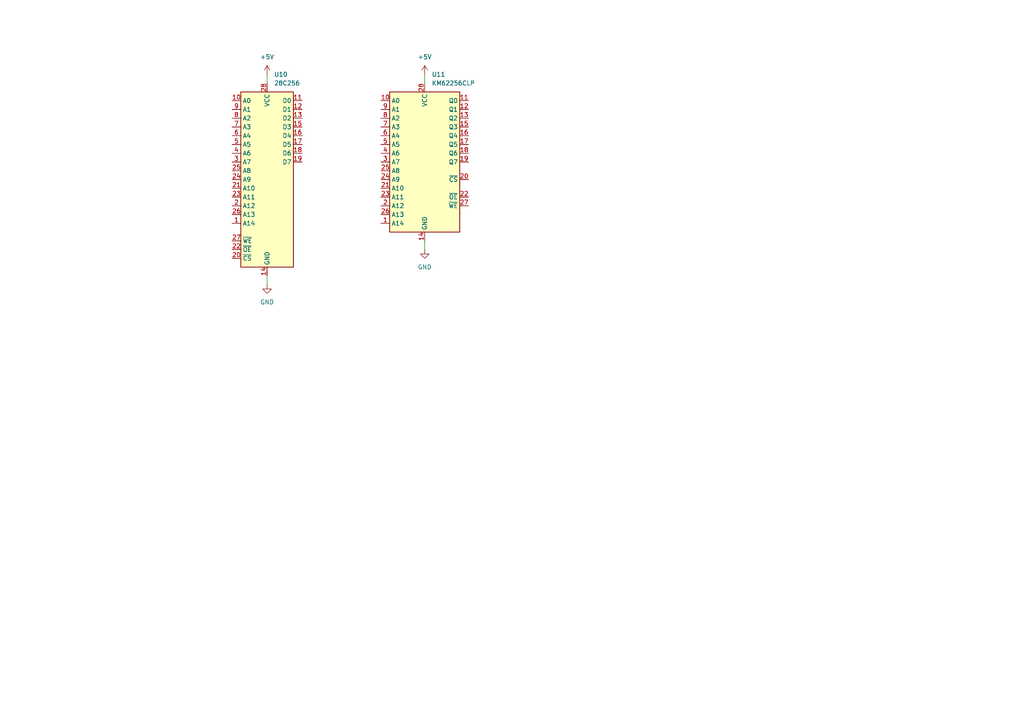
<source format=kicad_sch>
(kicad_sch (version 20211123) (generator eeschema)
  (paper "A4")
  (lib_symbols
    (symbol "Memory_EEPROM:28C256"
      (property "Reference" "U" (at -7.62 26.67 0))
      (property "Value" "28C256" (at 2.54 -26.67 0))
      (symbol "28C256_1_1"
        (rectangle (start -7.62 25.4) (end 7.62 -25.4) (stroke (width 0.254)) (fill (type background)))
        (pin input line (at -10.16 -12.7 0) (length 2.54) (name "A14") (number "1"))
        (pin input line (at -10.16 22.86 0) (length 2.54) (name "A0") (number "10"))
        (pin tri_state line (at 10.16 22.86 180) (length 2.54) (name "D0") (number "11"))
        (pin tri_state line (at 10.16 20.32 180) (length 2.54) (name "D1") (number "12"))
        (pin tri_state line (at 10.16 17.78 180) (length 2.54) (name "D2") (number "13"))
        (pin power_in line (at 0 -27.94 90) (length 2.54) (name "GND") (number "14"))
        (pin tri_state line (at 10.16 15.24 180) (length 2.54) (name "D3") (number "15"))
        (pin tri_state line (at 10.16 12.7 180) (length 2.54) (name "D4") (number "16"))
        (pin tri_state line (at 10.16 10.16 180) (length 2.54) (name "D5") (number "17"))
        (pin tri_state line (at 10.16 7.62 180) (length 2.54) (name "D6") (number "18"))
        (pin tri_state line (at 10.16 5.08 180) (length 2.54) (name "D7") (number "19"))
        (pin input line (at -10.16 -7.62 0) (length 2.54) (name "A12") (number "2"))
        (pin input line (at -10.16 -22.86 0) (length 2.54) (name "~{CS}") (number "20"))
        (pin input line (at -10.16 -2.54 0) (length 2.54) (name "A10") (number "21"))
        (pin input line (at -10.16 -20.32 0) (length 2.54) (name "~{OE}") (number "22"))
        (pin input line (at -10.16 -5.08 0) (length 2.54) (name "A11") (number "23"))
        (pin input line (at -10.16 0 0) (length 2.54) (name "A9") (number "24"))
        (pin input line (at -10.16 2.54 0) (length 2.54) (name "A8") (number "25"))
        (pin input line (at -10.16 -10.16 0) (length 2.54) (name "A13") (number "26"))
        (pin input line (at -10.16 -17.78 0) (length 2.54) (name "~{WE}") (number "27"))
        (pin power_in line (at 0 27.94 270) (length 2.54) (name "VCC") (number "28"))
        (pin input line (at -10.16 5.08 0) (length 2.54) (name "A7") (number "3"))
        (pin input line (at -10.16 7.62 0) (length 2.54) (name "A6") (number "4"))
        (pin input line (at -10.16 10.16 0) (length 2.54) (name "A5") (number "5"))
        (pin input line (at -10.16 12.7 0) (length 2.54) (name "A4") (number "6"))
        (pin input line (at -10.16 15.24 0) (length 2.54) (name "A3") (number "7"))
        (pin input line (at -10.16 17.78 0) (length 2.54) (name "A2") (number "8"))
        (pin input line (at -10.16 20.32 0) (length 2.54) (name "A1") (number "9"))
      )
    )
    (symbol "Memory_RAM:KM62256CLP"
      (property "Reference" "U" (at -10.16 20.955 0))
      (property "Value" "KM62256CLP" (at 2.54 20.955 0))
      (symbol "KM62256CLP_0_0"
        (pin power_in line (at 0 -22.86 90) (length 2.54) (name "GND") (number "14"))
        (pin power_in line (at 0 22.86 270) (length 2.54) (name "VCC") (number "28"))
      )
      (symbol "KM62256CLP_0_1"
        (rectangle (start -10.16 20.32) (end 10.16 -20.32) (stroke (width 0.254)) (fill (type background)))
      )
      (symbol "KM62256CLP_1_1"
        (pin input line (at -12.7 -17.78 0) (length 2.54) (name "A14") (number "1"))
        (pin input line (at -12.7 17.78 0) (length 2.54) (name "A0") (number "10"))
        (pin tri_state line (at 12.7 17.78 180) (length 2.54) (name "Q0") (number "11"))
        (pin tri_state line (at 12.7 15.24 180) (length 2.54) (name "Q1") (number "12"))
        (pin tri_state line (at 12.7 12.7 180) (length 2.54) (name "Q2") (number "13"))
        (pin tri_state line (at 12.7 10.16 180) (length 2.54) (name "Q3") (number "15"))
        (pin tri_state line (at 12.7 7.62 180) (length 2.54) (name "Q4") (number "16"))
        (pin tri_state line (at 12.7 5.08 180) (length 2.54) (name "Q5") (number "17"))
        (pin tri_state line (at 12.7 2.54 180) (length 2.54) (name "Q6") (number "18"))
        (pin tri_state line (at 12.7 0 180) (length 2.54) (name "Q7") (number "19"))
        (pin input line (at -12.7 -12.7 0) (length 2.54) (name "A12") (number "2"))
        (pin input line (at 12.7 -5.08 180) (length 2.54) (name "~{CS}") (number "20"))
        (pin input line (at -12.7 -7.62 0) (length 2.54) (name "A10") (number "21"))
        (pin input line (at 12.7 -10.16 180) (length 2.54) (name "~{OE}") (number "22"))
        (pin input line (at -12.7 -10.16 0) (length 2.54) (name "A11") (number "23"))
        (pin input line (at -12.7 -5.08 0) (length 2.54) (name "A9") (number "24"))
        (pin input line (at -12.7 -2.54 0) (length 2.54) (name "A8") (number "25"))
        (pin input line (at -12.7 -15.24 0) (length 2.54) (name "A13") (number "26"))
        (pin input line (at 12.7 -12.7 180) (length 2.54) (name "~{WE}") (number "27"))
        (pin input line (at -12.7 0 0) (length 2.54) (name "A7") (number "3"))
        (pin input line (at -12.7 2.54 0) (length 2.54) (name "A6") (number "4"))
        (pin input line (at -12.7 5.08 0) (length 2.54) (name "A5") (number "5"))
        (pin input line (at -12.7 7.62 0) (length 2.54) (name "A4") (number "6"))
        (pin input line (at -12.7 10.16 0) (length 2.54) (name "A3") (number "7"))
        (pin input line (at -12.7 12.7 0) (length 2.54) (name "A2") (number "8"))
        (pin input line (at -12.7 15.24 0) (length 2.54) (name "A1") (number "9"))
      )
    )
    (symbol "power:+5V" (power) (pin_names (offset 0))
      (property "Value" "+5V" (at 0 3.556 0))
      (symbol "+5V_0_1"
        (polyline (pts (xy -0.762 1.27) (xy 0 2.54)))
        (polyline (pts (xy 0 0) (xy 0 2.54)))
        (polyline (pts (xy 0 2.54) (xy 0.762 1.27)))
      )
      (symbol "+5V_1_1"
        (pin power_in line (at 0 0 90) (length 0) hide (name "+5V") (number "1"))
      )
    )
    (symbol "power:GND" (power) (pin_names (offset 0))
      (property "Value" "GND" (at 0 -3.81 0))
      (symbol "GND_0_1"
        (polyline (pts (xy 0 0) (xy 0 -1.27) (xy 1.27 -1.27) (xy 0 -2.54) (xy -1.27 -1.27) (xy 0 -1.27)))
      )
      (symbol "GND_1_1"
        (pin power_in line (at 0 0 270) (length 0) hide (name "GND") (number "1"))
      )
    )
  )
  (wire (pts (xy 123.19 21.59) (xy 123.19 24.13)))
  (wire (pts (xy 123.19 69.85) (xy 123.19 72.39)))
  (wire (pts (xy 77.47 21.59) (xy 77.47 24.13)))
  (wire (pts (xy 77.47 80.01) (xy 77.47 82.55)))
  (symbol (lib_id "Memory_EEPROM:28C256") (at 77.47 52.07 0) (unit 1)
    (property "Reference" "U10" (at 79.4894 21.59 0) (effects (justify left)))
    (property "Value" "28C256" (at 79.4894 24.13 0) (effects (justify left)))
    (property "Datasheet" "http://ww1.microchip.com/downloads/en/DeviceDoc/doc0006.pdf" (effects hide))
  )
  (symbol (lib_id "power:GND") (at 77.47 82.55 0) (unit 1)
    (property "Reference" "#PWR0124" (effects hide))
    (property "Value" "GND" (at 77.47 87.63 0))
  )
  (symbol (lib_id "Memory_RAM:KM62256CLP") (at 123.19 46.99 0) (unit 1)
    (property "Reference" "U11" (at 125.2094 21.59 0) (effects (justify left)))
    (property "Value" "KM62256CLP" (at 125.2094 24.13 0) (effects (justify left)))
    (property "Footprint" "Package_DIP:DIP-28_W15.24mm" (effects hide))
    (property "Datasheet" "https://www.futurlec.com/Datasheet/Memory/62256.pdf" (effects hide))
  )
  (symbol (lib_id "power:GND") (at 123.19 72.39 0) (unit 1)
    (property "Reference" "#PWR0122" (effects hide))
    (property "Value" "GND" (at 123.19 77.47 0))
  )
  (symbol (lib_id "power:+5V") (at 77.47 21.59 0) (unit 1)
    (property "Reference" "#PWR0125" (effects hide))
    (property "Value" "+5V" (at 77.47 16.51 0))
  )
  (symbol (lib_id "power:+5V") (at 123.19 21.59 0) (unit 1)
    (property "Reference" "#PWR0123" (effects hide))
    (property "Value" "+5V" (at 123.19 16.51 0))
  )
)
</source>
